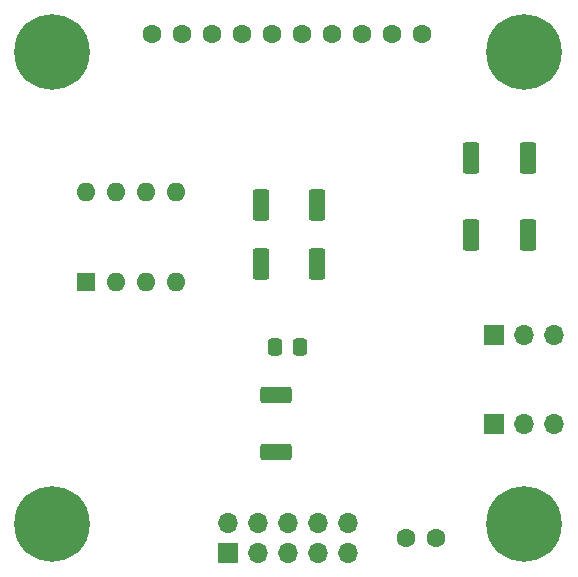
<source format=gbr>
%TF.GenerationSoftware,KiCad,Pcbnew,7.0.7*%
%TF.CreationDate,2024-02-22T12:37:55+00:00*%
%TF.ProjectId,massFlowControllerInterface_rev0,6d617373-466c-46f7-9743-6f6e74726f6c,rev?*%
%TF.SameCoordinates,Original*%
%TF.FileFunction,Soldermask,Top*%
%TF.FilePolarity,Negative*%
%FSLAX46Y46*%
G04 Gerber Fmt 4.6, Leading zero omitted, Abs format (unit mm)*
G04 Created by KiCad (PCBNEW 7.0.7) date 2024-02-22 12:37:55*
%MOMM*%
%LPD*%
G01*
G04 APERTURE LIST*
G04 Aperture macros list*
%AMRoundRect*
0 Rectangle with rounded corners*
0 $1 Rounding radius*
0 $2 $3 $4 $5 $6 $7 $8 $9 X,Y pos of 4 corners*
0 Add a 4 corners polygon primitive as box body*
4,1,4,$2,$3,$4,$5,$6,$7,$8,$9,$2,$3,0*
0 Add four circle primitives for the rounded corners*
1,1,$1+$1,$2,$3*
1,1,$1+$1,$4,$5*
1,1,$1+$1,$6,$7*
1,1,$1+$1,$8,$9*
0 Add four rect primitives between the rounded corners*
20,1,$1+$1,$2,$3,$4,$5,0*
20,1,$1+$1,$4,$5,$6,$7,0*
20,1,$1+$1,$6,$7,$8,$9,0*
20,1,$1+$1,$8,$9,$2,$3,0*%
G04 Aperture macros list end*
%ADD10C,1.600000*%
%ADD11RoundRect,0.249999X-0.450001X-1.075001X0.450001X-1.075001X0.450001X1.075001X-0.450001X1.075001X0*%
%ADD12R,1.600000X1.600000*%
%ADD13O,1.600000X1.600000*%
%ADD14R,1.700000X1.700000*%
%ADD15O,1.700000X1.700000*%
%ADD16C,0.800000*%
%ADD17C,6.400000*%
%ADD18RoundRect,0.249999X0.450001X1.075001X-0.450001X1.075001X-0.450001X-1.075001X0.450001X-1.075001X0*%
%ADD19RoundRect,0.250000X-0.337500X-0.475000X0.337500X-0.475000X0.337500X0.475000X-0.337500X0.475000X0*%
%ADD20RoundRect,0.249999X1.075001X-0.450001X1.075001X0.450001X-1.075001X0.450001X-1.075001X-0.450001X0*%
G04 APERTURE END LIST*
D10*
%TO.C,J2*%
X13510000Y-3500000D03*
X16050000Y-3500000D03*
X18590000Y-3500000D03*
X21130000Y-3500000D03*
X23670000Y-3500000D03*
X26210000Y-3500000D03*
X28750000Y-3500000D03*
X31290000Y-3500000D03*
X33830000Y-3500000D03*
X36370000Y-3500000D03*
%TD*%
%TO.C,J4*%
X35000000Y-46190000D03*
X37540000Y-46190000D03*
%TD*%
D11*
%TO.C,R3*%
X40500000Y-14000000D03*
X45300000Y-14000000D03*
%TD*%
D12*
%TO.C,U1*%
X7880000Y-24500000D03*
D13*
X10420000Y-24500000D03*
X12960000Y-24500000D03*
X15500000Y-24500000D03*
X15500000Y-16880000D03*
X12960000Y-16880000D03*
X10420000Y-16880000D03*
X7880000Y-16880000D03*
%TD*%
D14*
%TO.C,J1*%
X19920000Y-47460000D03*
D15*
X19920000Y-44920000D03*
X22460000Y-47460000D03*
X22460000Y-44920000D03*
X25000000Y-47460000D03*
X25000000Y-44920000D03*
X27540000Y-47460000D03*
X27540000Y-44920000D03*
X30080000Y-47460000D03*
X30080000Y-44920000D03*
%TD*%
D16*
%TO.C,H4*%
X2600000Y-45000000D03*
X3302944Y-43302944D03*
X3302944Y-46697056D03*
X5000000Y-42600000D03*
D17*
X5000000Y-45000000D03*
D16*
X5000000Y-47400000D03*
X6697056Y-43302944D03*
X6697056Y-46697056D03*
X7400000Y-45000000D03*
%TD*%
D14*
%TO.C,J3*%
X42460000Y-29000000D03*
D15*
X45000000Y-29000000D03*
X47540000Y-29000000D03*
%TD*%
D11*
%TO.C,R1*%
X22700000Y-18000000D03*
X27500000Y-18000000D03*
%TD*%
%TO.C,R2*%
X22700000Y-23000000D03*
X27500000Y-23000000D03*
%TD*%
D18*
%TO.C,R4*%
X45300000Y-20500000D03*
X40500000Y-20500000D03*
%TD*%
D19*
%TO.C,C1*%
X23925000Y-30000000D03*
X26000000Y-30000000D03*
%TD*%
D16*
%TO.C,H1*%
X2600000Y-5000000D03*
X3302944Y-3302944D03*
X3302944Y-6697056D03*
X5000000Y-2600000D03*
D17*
X5000000Y-5000000D03*
D16*
X5000000Y-7400000D03*
X6697056Y-3302944D03*
X6697056Y-6697056D03*
X7400000Y-5000000D03*
%TD*%
D20*
%TO.C,R5*%
X24000000Y-38900000D03*
X24000000Y-34100000D03*
%TD*%
D16*
%TO.C,H2*%
X42600000Y-5000000D03*
X43302944Y-3302944D03*
X43302944Y-6697056D03*
X45000000Y-2600000D03*
D17*
X45000000Y-5000000D03*
D16*
X45000000Y-7400000D03*
X46697056Y-3302944D03*
X46697056Y-6697056D03*
X47400000Y-5000000D03*
%TD*%
D14*
%TO.C,J5*%
X42420000Y-36500000D03*
D15*
X44960000Y-36500000D03*
X47500000Y-36500000D03*
%TD*%
D16*
%TO.C,H3*%
X42600000Y-45000000D03*
X43302944Y-43302944D03*
X43302944Y-46697056D03*
X45000000Y-42600000D03*
D17*
X45000000Y-45000000D03*
D16*
X45000000Y-47400000D03*
X46697056Y-43302944D03*
X46697056Y-46697056D03*
X47400000Y-45000000D03*
%TD*%
M02*

</source>
